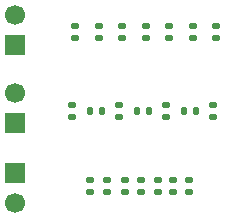
<source format=gbr>
%TF.GenerationSoftware,KiCad,Pcbnew,9.0.6*%
%TF.CreationDate,2026-02-25T04:49:12+07:00*%
%TF.ProjectId,solder_test_board,736f6c64-6572-45f7-9465-73745f626f61,rev?*%
%TF.SameCoordinates,Original*%
%TF.FileFunction,Soldermask,Top*%
%TF.FilePolarity,Negative*%
%FSLAX46Y46*%
G04 Gerber Fmt 4.6, Leading zero omitted, Abs format (unit mm)*
G04 Created by KiCad (PCBNEW 9.0.6) date 2026-02-25 04:49:12*
%MOMM*%
%LPD*%
G01*
G04 APERTURE LIST*
G04 Aperture macros list*
%AMRoundRect*
0 Rectangle with rounded corners*
0 $1 Rounding radius*
0 $2 $3 $4 $5 $6 $7 $8 $9 X,Y pos of 4 corners*
0 Add a 4 corners polygon primitive as box body*
4,1,4,$2,$3,$4,$5,$6,$7,$8,$9,$2,$3,0*
0 Add four circle primitives for the rounded corners*
1,1,$1+$1,$2,$3*
1,1,$1+$1,$4,$5*
1,1,$1+$1,$6,$7*
1,1,$1+$1,$8,$9*
0 Add four rect primitives between the rounded corners*
20,1,$1+$1,$2,$3,$4,$5,0*
20,1,$1+$1,$4,$5,$6,$7,0*
20,1,$1+$1,$6,$7,$8,$9,0*
20,1,$1+$1,$8,$9,$2,$3,0*%
G04 Aperture macros list end*
%ADD10RoundRect,0.135000X0.185000X-0.135000X0.185000X0.135000X-0.185000X0.135000X-0.185000X-0.135000X0*%
%ADD11RoundRect,0.135000X-0.185000X0.135000X-0.185000X-0.135000X0.185000X-0.135000X0.185000X0.135000X0*%
%ADD12RoundRect,0.135000X-0.135000X-0.185000X0.135000X-0.185000X0.135000X0.185000X-0.135000X0.185000X0*%
%ADD13R,1.700000X1.700000*%
%ADD14C,1.700000*%
G04 APERTURE END LIST*
D10*
%TO.C,R17*%
X42291000Y-37844000D03*
X42291000Y-38864000D03*
%TD*%
%TO.C,R21*%
X47752000Y-38864000D03*
X47752000Y-37844000D03*
%TD*%
D11*
%TO.C,R20*%
X46355000Y-37844000D03*
X46355000Y-38864000D03*
%TD*%
D10*
%TO.C,R19*%
X45085000Y-38864000D03*
X45085000Y-37844000D03*
%TD*%
D11*
%TO.C,R18*%
X43688000Y-37844000D03*
X43688000Y-38864000D03*
%TD*%
%TO.C,R16*%
X40767000Y-37844000D03*
X40767000Y-38864000D03*
%TD*%
D10*
%TO.C,R15*%
X39327000Y-38864000D03*
X39327000Y-37844000D03*
%TD*%
%TO.C,R14*%
X49786000Y-32516000D03*
X49786000Y-31496000D03*
%TD*%
D12*
%TO.C,R13*%
X47286000Y-32006000D03*
X48306000Y-32006000D03*
%TD*%
D10*
%TO.C,R12*%
X45806000Y-32516000D03*
X45806000Y-31496000D03*
%TD*%
D12*
%TO.C,R11*%
X43306000Y-32006000D03*
X44326000Y-32006000D03*
%TD*%
D10*
%TO.C,R10*%
X41826000Y-32516000D03*
X41826000Y-31496000D03*
%TD*%
D12*
%TO.C,R9*%
X39326000Y-32006000D03*
X40346000Y-32006000D03*
%TD*%
D10*
%TO.C,R8*%
X37846000Y-32516000D03*
X37846000Y-31496000D03*
%TD*%
D13*
%TO.C,J3*%
X33020000Y-37211000D03*
D14*
X33020000Y-39751000D03*
%TD*%
D13*
%TO.C,J2*%
X33020000Y-33020000D03*
D14*
X33020000Y-30480000D03*
%TD*%
D10*
%TO.C,R7*%
X50038000Y-25781000D03*
X50038000Y-24761000D03*
%TD*%
%TO.C,R6*%
X48048000Y-25781000D03*
X48048000Y-24761000D03*
%TD*%
%TO.C,R5*%
X46058000Y-25781000D03*
X46058000Y-24761000D03*
%TD*%
%TO.C,R4*%
X44068000Y-25781000D03*
X44068000Y-24761000D03*
%TD*%
%TO.C,R3*%
X42078000Y-25781000D03*
X42078000Y-24761000D03*
%TD*%
%TO.C,R2*%
X40088000Y-25781000D03*
X40088000Y-24761000D03*
%TD*%
%TO.C,R1*%
X38098000Y-25781000D03*
X38098000Y-24761000D03*
%TD*%
D13*
%TO.C,J1*%
X33018000Y-26416000D03*
D14*
X33018000Y-23876000D03*
%TD*%
M02*

</source>
